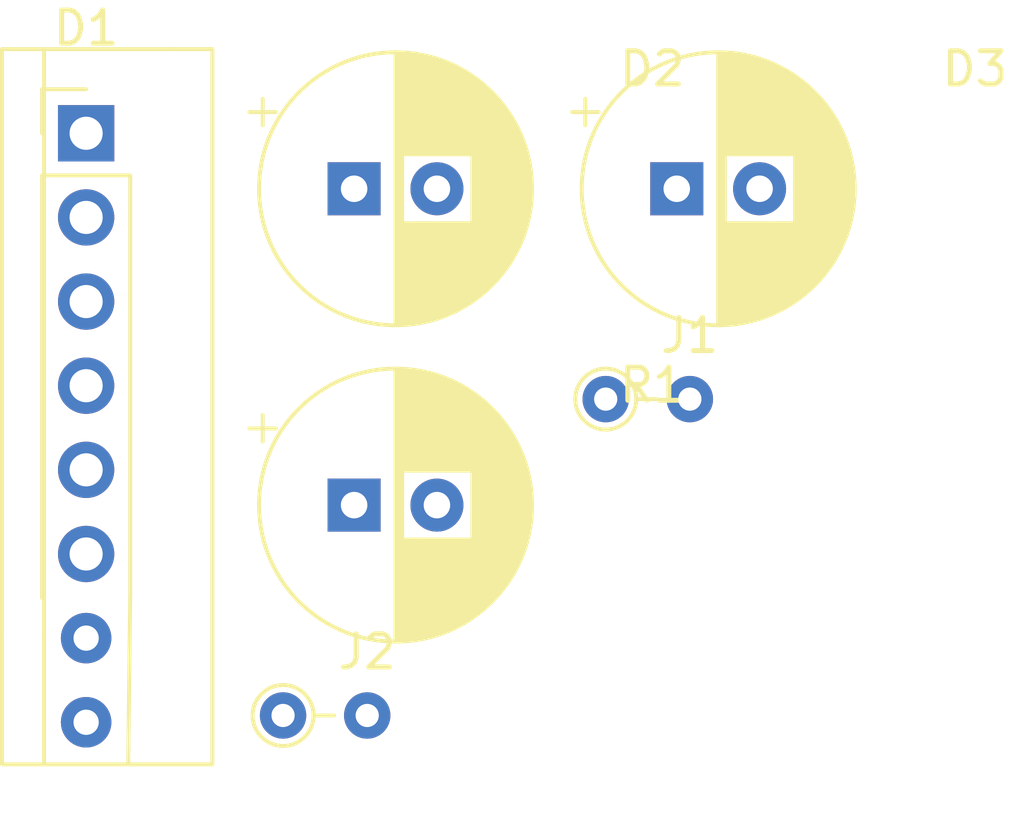
<source format=kicad_pcb>
(kicad_pcb (version 20171130) (host pcbnew "(5.1.5-0-10_14)")

  (general
    (thickness 1.6)
    (drawings 0)
    (tracks 0)
    (zones 0)
    (modules 6)
    (nets 6)
  )

  (page A4)
  (layers
    (0 F.Cu signal)
    (31 B.Cu signal)
    (32 B.Adhes user)
    (33 F.Adhes user)
    (34 B.Paste user)
    (35 F.Paste user)
    (36 B.SilkS user)
    (37 F.SilkS user)
    (38 B.Mask user)
    (39 F.Mask user)
    (40 Dwgs.User user)
    (41 Cmts.User user)
    (42 Eco1.User user)
    (43 Eco2.User user)
    (44 Edge.Cuts user)
    (45 Margin user)
    (46 B.CrtYd user)
    (47 F.CrtYd user)
    (48 B.Fab user)
    (49 F.Fab user)
  )

  (setup
    (last_trace_width 0.25)
    (trace_clearance 0.2)
    (zone_clearance 0.508)
    (zone_45_only no)
    (trace_min 0.2)
    (via_size 0.8)
    (via_drill 0.4)
    (via_min_size 0.4)
    (via_min_drill 0.3)
    (uvia_size 0.3)
    (uvia_drill 0.1)
    (uvias_allowed no)
    (uvia_min_size 0.2)
    (uvia_min_drill 0.1)
    (edge_width 0.05)
    (segment_width 0.2)
    (pcb_text_width 0.3)
    (pcb_text_size 1.5 1.5)
    (mod_edge_width 0.12)
    (mod_text_size 1 1)
    (mod_text_width 0.15)
    (pad_size 1.524 1.524)
    (pad_drill 0.762)
    (pad_to_mask_clearance 0.051)
    (solder_mask_min_width 0.25)
    (aux_axis_origin 0 0)
    (visible_elements FFFFFF7F)
    (pcbplotparams
      (layerselection 0x010fc_ffffffff)
      (usegerberextensions false)
      (usegerberattributes false)
      (usegerberadvancedattributes false)
      (creategerberjobfile false)
      (excludeedgelayer true)
      (linewidth 0.100000)
      (plotframeref false)
      (viasonmask false)
      (mode 1)
      (useauxorigin false)
      (hpglpennumber 1)
      (hpglpenspeed 20)
      (hpglpendiameter 15.000000)
      (psnegative false)
      (psa4output false)
      (plotreference true)
      (plotvalue true)
      (plotinvisibletext false)
      (padsonsilk false)
      (subtractmaskfromsilk false)
      (outputformat 1)
      (mirror false)
      (drillshape 1)
      (scaleselection 1)
      (outputdirectory ""))
  )

  (net 0 "")
  (net 1 "Net-(D1-Pad1)")
  (net 2 "Net-(D1-Pad2)")
  (net 3 "Net-(D2-Pad1)")
  (net 4 "Net-(D3-Pad1)")
  (net 5 "Net-(J1-Pad1)")

  (net_class Default "This is the default net class."
    (clearance 0.2)
    (trace_width 0.25)
    (via_dia 0.8)
    (via_drill 0.4)
    (uvia_dia 0.3)
    (uvia_drill 0.1)
    (add_net "Net-(D1-Pad1)")
    (add_net "Net-(D1-Pad2)")
    (add_net "Net-(D2-Pad1)")
    (add_net "Net-(D3-Pad1)")
    (add_net "Net-(J1-Pad1)")
  )

  (module PT_Library_v001:PT_CP_Radial_D8.0mm_P2.50mm (layer F.Cu) (tedit 5AE50EF0) (tstamp 5E9FB8D9)
    (at 136.359698 83.615)
    (descr "CP, Radial series, Radial, pin pitch=2.50mm, , diameter=8mm, Electrolytic Capacitor")
    (tags "CP Radial series Radial pin pitch 2.50mm  diameter 8mm Electrolytic Capacitor")
    (path /5E9F83C0)
    (fp_text reference R1 (at 9 -3.62) (layer F.SilkS)
      (effects (font (size 1 1) (thickness 0.15)))
    )
    (fp_text value R_US (at 9 3.62) (layer F.Fab)
      (effects (font (size 1 1) (thickness 0.15)))
    )
    (fp_circle (center 1.25 0) (end 5.25 0) (layer F.Fab) (width 0.1))
    (fp_circle (center 1.25 0) (end 5.37 0) (layer F.SilkS) (width 0.12))
    (fp_circle (center 1.25 0) (end 5.5 0) (layer F.CrtYd) (width 0.05))
    (fp_line (start -2.176759 -1.7475) (end -1.376759 -1.7475) (layer F.Fab) (width 0.1))
    (fp_line (start -1.776759 -2.1475) (end -1.776759 -1.3475) (layer F.Fab) (width 0.1))
    (fp_line (start 1.25 -4.08) (end 1.25 4.08) (layer F.SilkS) (width 0.12))
    (fp_line (start 1.29 -4.08) (end 1.29 4.08) (layer F.SilkS) (width 0.12))
    (fp_line (start 1.33 -4.08) (end 1.33 4.08) (layer F.SilkS) (width 0.12))
    (fp_line (start 1.37 -4.079) (end 1.37 4.079) (layer F.SilkS) (width 0.12))
    (fp_line (start 1.41 -4.077) (end 1.41 4.077) (layer F.SilkS) (width 0.12))
    (fp_line (start 1.45 -4.076) (end 1.45 4.076) (layer F.SilkS) (width 0.12))
    (fp_line (start 1.49 -4.074) (end 1.49 -1.04) (layer F.SilkS) (width 0.12))
    (fp_line (start 1.49 1.04) (end 1.49 4.074) (layer F.SilkS) (width 0.12))
    (fp_line (start 1.53 -4.071) (end 1.53 -1.04) (layer F.SilkS) (width 0.12))
    (fp_line (start 1.53 1.04) (end 1.53 4.071) (layer F.SilkS) (width 0.12))
    (fp_line (start 1.57 -4.068) (end 1.57 -1.04) (layer F.SilkS) (width 0.12))
    (fp_line (start 1.57 1.04) (end 1.57 4.068) (layer F.SilkS) (width 0.12))
    (fp_line (start 1.61 -4.065) (end 1.61 -1.04) (layer F.SilkS) (width 0.12))
    (fp_line (start 1.61 1.04) (end 1.61 4.065) (layer F.SilkS) (width 0.12))
    (fp_line (start 1.65 -4.061) (end 1.65 -1.04) (layer F.SilkS) (width 0.12))
    (fp_line (start 1.65 1.04) (end 1.65 4.061) (layer F.SilkS) (width 0.12))
    (fp_line (start 1.69 -4.057) (end 1.69 -1.04) (layer F.SilkS) (width 0.12))
    (fp_line (start 1.69 1.04) (end 1.69 4.057) (layer F.SilkS) (width 0.12))
    (fp_line (start 1.73 -4.052) (end 1.73 -1.04) (layer F.SilkS) (width 0.12))
    (fp_line (start 1.73 1.04) (end 1.73 4.052) (layer F.SilkS) (width 0.12))
    (fp_line (start 1.77 -4.048) (end 1.77 -1.04) (layer F.SilkS) (width 0.12))
    (fp_line (start 1.77 1.04) (end 1.77 4.048) (layer F.SilkS) (width 0.12))
    (fp_line (start 1.81 -4.042) (end 1.81 -1.04) (layer F.SilkS) (width 0.12))
    (fp_line (start 1.81 1.04) (end 1.81 4.042) (layer F.SilkS) (width 0.12))
    (fp_line (start 1.85 -4.037) (end 1.85 -1.04) (layer F.SilkS) (width 0.12))
    (fp_line (start 1.85 1.04) (end 1.85 4.037) (layer F.SilkS) (width 0.12))
    (fp_line (start 1.89 -4.03) (end 1.89 -1.04) (layer F.SilkS) (width 0.12))
    (fp_line (start 1.89 1.04) (end 1.89 4.03) (layer F.SilkS) (width 0.12))
    (fp_line (start 1.93 -4.024) (end 1.93 -1.04) (layer F.SilkS) (width 0.12))
    (fp_line (start 1.93 1.04) (end 1.93 4.024) (layer F.SilkS) (width 0.12))
    (fp_line (start 1.971 -4.017) (end 1.971 -1.04) (layer F.SilkS) (width 0.12))
    (fp_line (start 1.971 1.04) (end 1.971 4.017) (layer F.SilkS) (width 0.12))
    (fp_line (start 2.011 -4.01) (end 2.011 -1.04) (layer F.SilkS) (width 0.12))
    (fp_line (start 2.011 1.04) (end 2.011 4.01) (layer F.SilkS) (width 0.12))
    (fp_line (start 2.051 -4.002) (end 2.051 -1.04) (layer F.SilkS) (width 0.12))
    (fp_line (start 2.051 1.04) (end 2.051 4.002) (layer F.SilkS) (width 0.12))
    (fp_line (start 2.091 -3.994) (end 2.091 -1.04) (layer F.SilkS) (width 0.12))
    (fp_line (start 2.091 1.04) (end 2.091 3.994) (layer F.SilkS) (width 0.12))
    (fp_line (start 2.131 -3.985) (end 2.131 -1.04) (layer F.SilkS) (width 0.12))
    (fp_line (start 2.131 1.04) (end 2.131 3.985) (layer F.SilkS) (width 0.12))
    (fp_line (start 2.171 -3.976) (end 2.171 -1.04) (layer F.SilkS) (width 0.12))
    (fp_line (start 2.171 1.04) (end 2.171 3.976) (layer F.SilkS) (width 0.12))
    (fp_line (start 2.211 -3.967) (end 2.211 -1.04) (layer F.SilkS) (width 0.12))
    (fp_line (start 2.211 1.04) (end 2.211 3.967) (layer F.SilkS) (width 0.12))
    (fp_line (start 2.251 -3.957) (end 2.251 -1.04) (layer F.SilkS) (width 0.12))
    (fp_line (start 2.251 1.04) (end 2.251 3.957) (layer F.SilkS) (width 0.12))
    (fp_line (start 2.291 -3.947) (end 2.291 -1.04) (layer F.SilkS) (width 0.12))
    (fp_line (start 2.291 1.04) (end 2.291 3.947) (layer F.SilkS) (width 0.12))
    (fp_line (start 2.331 -3.936) (end 2.331 -1.04) (layer F.SilkS) (width 0.12))
    (fp_line (start 2.331 1.04) (end 2.331 3.936) (layer F.SilkS) (width 0.12))
    (fp_line (start 2.371 -3.925) (end 2.371 -1.04) (layer F.SilkS) (width 0.12))
    (fp_line (start 2.371 1.04) (end 2.371 3.925) (layer F.SilkS) (width 0.12))
    (fp_line (start 2.411 -3.914) (end 2.411 -1.04) (layer F.SilkS) (width 0.12))
    (fp_line (start 2.411 1.04) (end 2.411 3.914) (layer F.SilkS) (width 0.12))
    (fp_line (start 2.451 -3.902) (end 2.451 -1.04) (layer F.SilkS) (width 0.12))
    (fp_line (start 2.451 1.04) (end 2.451 3.902) (layer F.SilkS) (width 0.12))
    (fp_line (start 2.491 -3.889) (end 2.491 -1.04) (layer F.SilkS) (width 0.12))
    (fp_line (start 2.491 1.04) (end 2.491 3.889) (layer F.SilkS) (width 0.12))
    (fp_line (start 2.531 -3.877) (end 2.531 -1.04) (layer F.SilkS) (width 0.12))
    (fp_line (start 2.531 1.04) (end 2.531 3.877) (layer F.SilkS) (width 0.12))
    (fp_line (start 2.571 -3.863) (end 2.571 -1.04) (layer F.SilkS) (width 0.12))
    (fp_line (start 2.571 1.04) (end 2.571 3.863) (layer F.SilkS) (width 0.12))
    (fp_line (start 2.611 -3.85) (end 2.611 -1.04) (layer F.SilkS) (width 0.12))
    (fp_line (start 2.611 1.04) (end 2.611 3.85) (layer F.SilkS) (width 0.12))
    (fp_line (start 2.651 -3.835) (end 2.651 -1.04) (layer F.SilkS) (width 0.12))
    (fp_line (start 2.651 1.04) (end 2.651 3.835) (layer F.SilkS) (width 0.12))
    (fp_line (start 2.691 -3.821) (end 2.691 -1.04) (layer F.SilkS) (width 0.12))
    (fp_line (start 2.691 1.04) (end 2.691 3.821) (layer F.SilkS) (width 0.12))
    (fp_line (start 2.731 -3.805) (end 2.731 -1.04) (layer F.SilkS) (width 0.12))
    (fp_line (start 2.731 1.04) (end 2.731 3.805) (layer F.SilkS) (width 0.12))
    (fp_line (start 2.771 -3.79) (end 2.771 -1.04) (layer F.SilkS) (width 0.12))
    (fp_line (start 2.771 1.04) (end 2.771 3.79) (layer F.SilkS) (width 0.12))
    (fp_line (start 2.811 -3.774) (end 2.811 -1.04) (layer F.SilkS) (width 0.12))
    (fp_line (start 2.811 1.04) (end 2.811 3.774) (layer F.SilkS) (width 0.12))
    (fp_line (start 2.851 -3.757) (end 2.851 -1.04) (layer F.SilkS) (width 0.12))
    (fp_line (start 2.851 1.04) (end 2.851 3.757) (layer F.SilkS) (width 0.12))
    (fp_line (start 2.891 -3.74) (end 2.891 -1.04) (layer F.SilkS) (width 0.12))
    (fp_line (start 2.891 1.04) (end 2.891 3.74) (layer F.SilkS) (width 0.12))
    (fp_line (start 2.931 -3.722) (end 2.931 -1.04) (layer F.SilkS) (width 0.12))
    (fp_line (start 2.931 1.04) (end 2.931 3.722) (layer F.SilkS) (width 0.12))
    (fp_line (start 2.971 -3.704) (end 2.971 -1.04) (layer F.SilkS) (width 0.12))
    (fp_line (start 2.971 1.04) (end 2.971 3.704) (layer F.SilkS) (width 0.12))
    (fp_line (start 3.011 -3.686) (end 3.011 -1.04) (layer F.SilkS) (width 0.12))
    (fp_line (start 3.011 1.04) (end 3.011 3.686) (layer F.SilkS) (width 0.12))
    (fp_line (start 3.051 -3.666) (end 3.051 -1.04) (layer F.SilkS) (width 0.12))
    (fp_line (start 3.051 1.04) (end 3.051 3.666) (layer F.SilkS) (width 0.12))
    (fp_line (start 3.091 -3.647) (end 3.091 -1.04) (layer F.SilkS) (width 0.12))
    (fp_line (start 3.091 1.04) (end 3.091 3.647) (layer F.SilkS) (width 0.12))
    (fp_line (start 3.131 -3.627) (end 3.131 -1.04) (layer F.SilkS) (width 0.12))
    (fp_line (start 3.131 1.04) (end 3.131 3.627) (layer F.SilkS) (width 0.12))
    (fp_line (start 3.171 -3.606) (end 3.171 -1.04) (layer F.SilkS) (width 0.12))
    (fp_line (start 3.171 1.04) (end 3.171 3.606) (layer F.SilkS) (width 0.12))
    (fp_line (start 3.211 -3.584) (end 3.211 -1.04) (layer F.SilkS) (width 0.12))
    (fp_line (start 3.211 1.04) (end 3.211 3.584) (layer F.SilkS) (width 0.12))
    (fp_line (start 3.251 -3.562) (end 3.251 -1.04) (layer F.SilkS) (width 0.12))
    (fp_line (start 3.251 1.04) (end 3.251 3.562) (layer F.SilkS) (width 0.12))
    (fp_line (start 3.291 -3.54) (end 3.291 -1.04) (layer F.SilkS) (width 0.12))
    (fp_line (start 3.291 1.04) (end 3.291 3.54) (layer F.SilkS) (width 0.12))
    (fp_line (start 3.331 -3.517) (end 3.331 -1.04) (layer F.SilkS) (width 0.12))
    (fp_line (start 3.331 1.04) (end 3.331 3.517) (layer F.SilkS) (width 0.12))
    (fp_line (start 3.371 -3.493) (end 3.371 -1.04) (layer F.SilkS) (width 0.12))
    (fp_line (start 3.371 1.04) (end 3.371 3.493) (layer F.SilkS) (width 0.12))
    (fp_line (start 3.411 -3.469) (end 3.411 -1.04) (layer F.SilkS) (width 0.12))
    (fp_line (start 3.411 1.04) (end 3.411 3.469) (layer F.SilkS) (width 0.12))
    (fp_line (start 3.451 -3.444) (end 3.451 -1.04) (layer F.SilkS) (width 0.12))
    (fp_line (start 3.451 1.04) (end 3.451 3.444) (layer F.SilkS) (width 0.12))
    (fp_line (start 3.491 -3.418) (end 3.491 -1.04) (layer F.SilkS) (width 0.12))
    (fp_line (start 3.491 1.04) (end 3.491 3.418) (layer F.SilkS) (width 0.12))
    (fp_line (start 3.531 -3.392) (end 3.531 -1.04) (layer F.SilkS) (width 0.12))
    (fp_line (start 3.531 1.04) (end 3.531 3.392) (layer F.SilkS) (width 0.12))
    (fp_line (start 3.571 -3.365) (end 3.571 3.365) (layer F.SilkS) (width 0.12))
    (fp_line (start 3.611 -3.338) (end 3.611 3.338) (layer F.SilkS) (width 0.12))
    (fp_line (start 3.651 -3.309) (end 3.651 3.309) (layer F.SilkS) (width 0.12))
    (fp_line (start 3.691 -3.28) (end 3.691 3.28) (layer F.SilkS) (width 0.12))
    (fp_line (start 3.731 -3.25) (end 3.731 3.25) (layer F.SilkS) (width 0.12))
    (fp_line (start 3.771 -3.22) (end 3.771 3.22) (layer F.SilkS) (width 0.12))
    (fp_line (start 3.811 -3.189) (end 3.811 3.189) (layer F.SilkS) (width 0.12))
    (fp_line (start 3.851 -3.156) (end 3.851 3.156) (layer F.SilkS) (width 0.12))
    (fp_line (start 3.891 -3.124) (end 3.891 3.124) (layer F.SilkS) (width 0.12))
    (fp_line (start 3.931 -3.09) (end 3.931 3.09) (layer F.SilkS) (width 0.12))
    (fp_line (start 3.971 -3.055) (end 3.971 3.055) (layer F.SilkS) (width 0.12))
    (fp_line (start 4.011 -3.019) (end 4.011 3.019) (layer F.SilkS) (width 0.12))
    (fp_line (start 4.051 -2.983) (end 4.051 2.983) (layer F.SilkS) (width 0.12))
    (fp_line (start 4.091 -2.945) (end 4.091 2.945) (layer F.SilkS) (width 0.12))
    (fp_line (start 4.131 -2.907) (end 4.131 2.907) (layer F.SilkS) (width 0.12))
    (fp_line (start 4.171 -2.867) (end 4.171 2.867) (layer F.SilkS) (width 0.12))
    (fp_line (start 4.211 -2.826) (end 4.211 2.826) (layer F.SilkS) (width 0.12))
    (fp_line (start 4.251 -2.784) (end 4.251 2.784) (layer F.SilkS) (width 0.12))
    (fp_line (start 4.291 -2.741) (end 4.291 2.741) (layer F.SilkS) (width 0.12))
    (fp_line (start 4.331 -2.697) (end 4.331 2.697) (layer F.SilkS) (width 0.12))
    (fp_line (start 4.371 -2.651) (end 4.371 2.651) (layer F.SilkS) (width 0.12))
    (fp_line (start 4.411 -2.604) (end 4.411 2.604) (layer F.SilkS) (width 0.12))
    (fp_line (start 4.451 -2.556) (end 4.451 2.556) (layer F.SilkS) (width 0.12))
    (fp_line (start 4.491 -2.505) (end 4.491 2.505) (layer F.SilkS) (width 0.12))
    (fp_line (start 4.531 -2.454) (end 4.531 2.454) (layer F.SilkS) (width 0.12))
    (fp_line (start 4.571 -2.4) (end 4.571 2.4) (layer F.SilkS) (width 0.12))
    (fp_line (start 4.611 -2.345) (end 4.611 2.345) (layer F.SilkS) (width 0.12))
    (fp_line (start 4.651 -2.287) (end 4.651 2.287) (layer F.SilkS) (width 0.12))
    (fp_line (start 4.691 -2.228) (end 4.691 2.228) (layer F.SilkS) (width 0.12))
    (fp_line (start 4.731 -2.166) (end 4.731 2.166) (layer F.SilkS) (width 0.12))
    (fp_line (start 4.771 -2.102) (end 4.771 2.102) (layer F.SilkS) (width 0.12))
    (fp_line (start 4.811 -2.034) (end 4.811 2.034) (layer F.SilkS) (width 0.12))
    (fp_line (start 4.851 -1.964) (end 4.851 1.964) (layer F.SilkS) (width 0.12))
    (fp_line (start 4.891 -1.89) (end 4.891 1.89) (layer F.SilkS) (width 0.12))
    (fp_line (start 4.931 -1.813) (end 4.931 1.813) (layer F.SilkS) (width 0.12))
    (fp_line (start 4.971 -1.731) (end 4.971 1.731) (layer F.SilkS) (width 0.12))
    (fp_line (start 5.011 -1.645) (end 5.011 1.645) (layer F.SilkS) (width 0.12))
    (fp_line (start 5.051 -1.552) (end 5.051 1.552) (layer F.SilkS) (width 0.12))
    (fp_line (start 5.091 -1.453) (end 5.091 1.453) (layer F.SilkS) (width 0.12))
    (fp_line (start 5.131 -1.346) (end 5.131 1.346) (layer F.SilkS) (width 0.12))
    (fp_line (start 5.171 -1.229) (end 5.171 1.229) (layer F.SilkS) (width 0.12))
    (fp_line (start 5.211 -1.098) (end 5.211 1.098) (layer F.SilkS) (width 0.12))
    (fp_line (start 5.251 -0.948) (end 5.251 0.948) (layer F.SilkS) (width 0.12))
    (fp_line (start 5.291 -0.768) (end 5.291 0.768) (layer F.SilkS) (width 0.12))
    (fp_line (start 5.331 -0.533) (end 5.331 0.533) (layer F.SilkS) (width 0.12))
    (fp_line (start -3.159698 -2.315) (end -2.359698 -2.315) (layer F.SilkS) (width 0.12))
    (fp_line (start -2.759698 -2.715) (end -2.759698 -1.915) (layer F.SilkS) (width 0.12))
    (fp_text user %R (at 9 0) (layer F.Fab)
      (effects (font (size 1 1) (thickness 0.15)))
    )
    (pad 1 thru_hole rect (at 0 0) (size 1.6 1.6) (drill 0.8) (layers *.Cu *.Mask)
      (net 5 "Net-(J1-Pad1)"))
    (pad 2 thru_hole circle (at 2.5 0) (size 1.6 1.6) (drill 0.8) (layers *.Cu *.Mask)
      (net 2 "Net-(D1-Pad2)"))
    (model ${KISYS3DMOD}/Capacitor_THT.3dshapes/CP_Radial_D8.0mm_P2.50mm.wrl
      (at (xyz 0 0 0))
      (scale (xyz 1 1 1))
      (rotate (xyz 0 0 0))
    )
  )

  (module PT_Library_v001:PT_R_Axial_DIN0204_L3.6mm_D1.6mm_P2.54mm_Vertical (layer F.Cu) (tedit 5AE5139B) (tstamp 5E9FB830)
    (at 134.215 89.965)
    (descr "Resistor, Axial_DIN0204 series, Axial, Vertical, pin pitch=2.54mm, 0.167W, length*diameter=3.6*1.6mm^2, http://cdn-reichelt.de/documents/datenblatt/B400/1_4W%23YAG.pdf")
    (tags "Resistor Axial_DIN0204 series Axial Vertical pin pitch 2.54mm 0.167W length 3.6mm diameter 1.6mm")
    (path /5E9F9B5E)
    (fp_text reference J2 (at 2.54 -1.92) (layer F.SilkS)
      (effects (font (size 1 1) (thickness 0.15)))
    )
    (fp_text value Conn_01x02_Female (at 2.54 1.92) (layer F.Fab)
      (effects (font (size 1 1) (thickness 0.15)))
    )
    (fp_circle (center 0 0) (end 0.8 0) (layer F.Fab) (width 0.1))
    (fp_circle (center 0 0) (end 0.92 0) (layer F.SilkS) (width 0.12))
    (fp_line (start 0 0) (end 2.54 0) (layer F.Fab) (width 0.1))
    (fp_line (start 0.92 0) (end 1.54 0) (layer F.SilkS) (width 0.12))
    (fp_line (start -1.05 -1.05) (end -1.05 1.05) (layer F.CrtYd) (width 0.05))
    (fp_line (start -1.05 1.05) (end 3.49 1.05) (layer F.CrtYd) (width 0.05))
    (fp_line (start 3.49 1.05) (end 3.49 -1.05) (layer F.CrtYd) (width 0.05))
    (fp_line (start 3.49 -1.05) (end -1.05 -1.05) (layer F.CrtYd) (width 0.05))
    (fp_text user %R (at 2.54 -1.92) (layer F.Fab)
      (effects (font (size 1 1) (thickness 0.15)))
    )
    (pad 1 thru_hole circle (at 0 0) (size 1.4 1.4) (drill 0.7) (layers *.Cu *.Mask)
      (net 5 "Net-(J1-Pad1)"))
    (pad 2 thru_hole oval (at 2.54 0) (size 1.4 1.4) (drill 0.7) (layers *.Cu *.Mask)
      (net 4 "Net-(D3-Pad1)"))
    (model ${KISYS3DMOD}/Resistor_THT.3dshapes/R_Axial_DIN0204_L3.6mm_D1.6mm_P2.54mm_Vertical.wrl
      (at (xyz 0 0 0))
      (scale (xyz 1 1 1))
      (rotate (xyz 0 0 0))
    )
  )

  (module PT_Library_v001:PT_R_Axial_DIN0204_L3.6mm_D1.6mm_P2.54mm_Vertical (layer F.Cu) (tedit 5AE5139B) (tstamp 5E9FB821)
    (at 143.955 80.415)
    (descr "Resistor, Axial_DIN0204 series, Axial, Vertical, pin pitch=2.54mm, 0.167W, length*diameter=3.6*1.6mm^2, http://cdn-reichelt.de/documents/datenblatt/B400/1_4W%23YAG.pdf")
    (tags "Resistor Axial_DIN0204 series Axial Vertical pin pitch 2.54mm 0.167W length 3.6mm diameter 1.6mm")
    (path /5E9FA2DC)
    (fp_text reference J1 (at 2.54 -1.92) (layer F.SilkS)
      (effects (font (size 1 1) (thickness 0.15)))
    )
    (fp_text value Conn_01x02_Female (at 2.54 1.92) (layer F.Fab)
      (effects (font (size 1 1) (thickness 0.15)))
    )
    (fp_circle (center 0 0) (end 0.8 0) (layer F.Fab) (width 0.1))
    (fp_circle (center 0 0) (end 0.92 0) (layer F.SilkS) (width 0.12))
    (fp_line (start 0 0) (end 2.54 0) (layer F.Fab) (width 0.1))
    (fp_line (start 0.92 0) (end 1.54 0) (layer F.SilkS) (width 0.12))
    (fp_line (start -1.05 -1.05) (end -1.05 1.05) (layer F.CrtYd) (width 0.05))
    (fp_line (start -1.05 1.05) (end 3.49 1.05) (layer F.CrtYd) (width 0.05))
    (fp_line (start 3.49 1.05) (end 3.49 -1.05) (layer F.CrtYd) (width 0.05))
    (fp_line (start 3.49 -1.05) (end -1.05 -1.05) (layer F.CrtYd) (width 0.05))
    (fp_text user %R (at 2.54 -1.92) (layer F.Fab)
      (effects (font (size 1 1) (thickness 0.15)))
    )
    (pad 1 thru_hole circle (at 0 0) (size 1.4 1.4) (drill 0.7) (layers *.Cu *.Mask)
      (net 5 "Net-(J1-Pad1)"))
    (pad 2 thru_hole oval (at 2.54 0) (size 1.4 1.4) (drill 0.7) (layers *.Cu *.Mask)
      (net 4 "Net-(D3-Pad1)"))
    (model ${KISYS3DMOD}/Resistor_THT.3dshapes/R_Axial_DIN0204_L3.6mm_D1.6mm_P2.54mm_Vertical.wrl
      (at (xyz 0 0 0))
      (scale (xyz 1 1 1))
      (rotate (xyz 0 0 0))
    )
  )

  (module PT_Library_v001:PT_CP_Radial_D8.0mm_P2.50mm (layer F.Cu) (tedit 5AE50EF0) (tstamp 5E9FB812)
    (at 146.099698 74.065)
    (descr "CP, Radial series, Radial, pin pitch=2.50mm, , diameter=8mm, Electrolytic Capacitor")
    (tags "CP Radial series Radial pin pitch 2.50mm  diameter 8mm Electrolytic Capacitor")
    (path /5E9F70E1)
    (fp_text reference D3 (at 9 -3.62) (layer F.SilkS)
      (effects (font (size 1 1) (thickness 0.15)))
    )
    (fp_text value LED (at 9 3.62) (layer F.Fab)
      (effects (font (size 1 1) (thickness 0.15)))
    )
    (fp_circle (center 1.25 0) (end 5.25 0) (layer F.Fab) (width 0.1))
    (fp_circle (center 1.25 0) (end 5.37 0) (layer F.SilkS) (width 0.12))
    (fp_circle (center 1.25 0) (end 5.5 0) (layer F.CrtYd) (width 0.05))
    (fp_line (start -2.176759 -1.7475) (end -1.376759 -1.7475) (layer F.Fab) (width 0.1))
    (fp_line (start -1.776759 -2.1475) (end -1.776759 -1.3475) (layer F.Fab) (width 0.1))
    (fp_line (start 1.25 -4.08) (end 1.25 4.08) (layer F.SilkS) (width 0.12))
    (fp_line (start 1.29 -4.08) (end 1.29 4.08) (layer F.SilkS) (width 0.12))
    (fp_line (start 1.33 -4.08) (end 1.33 4.08) (layer F.SilkS) (width 0.12))
    (fp_line (start 1.37 -4.079) (end 1.37 4.079) (layer F.SilkS) (width 0.12))
    (fp_line (start 1.41 -4.077) (end 1.41 4.077) (layer F.SilkS) (width 0.12))
    (fp_line (start 1.45 -4.076) (end 1.45 4.076) (layer F.SilkS) (width 0.12))
    (fp_line (start 1.49 -4.074) (end 1.49 -1.04) (layer F.SilkS) (width 0.12))
    (fp_line (start 1.49 1.04) (end 1.49 4.074) (layer F.SilkS) (width 0.12))
    (fp_line (start 1.53 -4.071) (end 1.53 -1.04) (layer F.SilkS) (width 0.12))
    (fp_line (start 1.53 1.04) (end 1.53 4.071) (layer F.SilkS) (width 0.12))
    (fp_line (start 1.57 -4.068) (end 1.57 -1.04) (layer F.SilkS) (width 0.12))
    (fp_line (start 1.57 1.04) (end 1.57 4.068) (layer F.SilkS) (width 0.12))
    (fp_line (start 1.61 -4.065) (end 1.61 -1.04) (layer F.SilkS) (width 0.12))
    (fp_line (start 1.61 1.04) (end 1.61 4.065) (layer F.SilkS) (width 0.12))
    (fp_line (start 1.65 -4.061) (end 1.65 -1.04) (layer F.SilkS) (width 0.12))
    (fp_line (start 1.65 1.04) (end 1.65 4.061) (layer F.SilkS) (width 0.12))
    (fp_line (start 1.69 -4.057) (end 1.69 -1.04) (layer F.SilkS) (width 0.12))
    (fp_line (start 1.69 1.04) (end 1.69 4.057) (layer F.SilkS) (width 0.12))
    (fp_line (start 1.73 -4.052) (end 1.73 -1.04) (layer F.SilkS) (width 0.12))
    (fp_line (start 1.73 1.04) (end 1.73 4.052) (layer F.SilkS) (width 0.12))
    (fp_line (start 1.77 -4.048) (end 1.77 -1.04) (layer F.SilkS) (width 0.12))
    (fp_line (start 1.77 1.04) (end 1.77 4.048) (layer F.SilkS) (width 0.12))
    (fp_line (start 1.81 -4.042) (end 1.81 -1.04) (layer F.SilkS) (width 0.12))
    (fp_line (start 1.81 1.04) (end 1.81 4.042) (layer F.SilkS) (width 0.12))
    (fp_line (start 1.85 -4.037) (end 1.85 -1.04) (layer F.SilkS) (width 0.12))
    (fp_line (start 1.85 1.04) (end 1.85 4.037) (layer F.SilkS) (width 0.12))
    (fp_line (start 1.89 -4.03) (end 1.89 -1.04) (layer F.SilkS) (width 0.12))
    (fp_line (start 1.89 1.04) (end 1.89 4.03) (layer F.SilkS) (width 0.12))
    (fp_line (start 1.93 -4.024) (end 1.93 -1.04) (layer F.SilkS) (width 0.12))
    (fp_line (start 1.93 1.04) (end 1.93 4.024) (layer F.SilkS) (width 0.12))
    (fp_line (start 1.971 -4.017) (end 1.971 -1.04) (layer F.SilkS) (width 0.12))
    (fp_line (start 1.971 1.04) (end 1.971 4.017) (layer F.SilkS) (width 0.12))
    (fp_line (start 2.011 -4.01) (end 2.011 -1.04) (layer F.SilkS) (width 0.12))
    (fp_line (start 2.011 1.04) (end 2.011 4.01) (layer F.SilkS) (width 0.12))
    (fp_line (start 2.051 -4.002) (end 2.051 -1.04) (layer F.SilkS) (width 0.12))
    (fp_line (start 2.051 1.04) (end 2.051 4.002) (layer F.SilkS) (width 0.12))
    (fp_line (start 2.091 -3.994) (end 2.091 -1.04) (layer F.SilkS) (width 0.12))
    (fp_line (start 2.091 1.04) (end 2.091 3.994) (layer F.SilkS) (width 0.12))
    (fp_line (start 2.131 -3.985) (end 2.131 -1.04) (layer F.SilkS) (width 0.12))
    (fp_line (start 2.131 1.04) (end 2.131 3.985) (layer F.SilkS) (width 0.12))
    (fp_line (start 2.171 -3.976) (end 2.171 -1.04) (layer F.SilkS) (width 0.12))
    (fp_line (start 2.171 1.04) (end 2.171 3.976) (layer F.SilkS) (width 0.12))
    (fp_line (start 2.211 -3.967) (end 2.211 -1.04) (layer F.SilkS) (width 0.12))
    (fp_line (start 2.211 1.04) (end 2.211 3.967) (layer F.SilkS) (width 0.12))
    (fp_line (start 2.251 -3.957) (end 2.251 -1.04) (layer F.SilkS) (width 0.12))
    (fp_line (start 2.251 1.04) (end 2.251 3.957) (layer F.SilkS) (width 0.12))
    (fp_line (start 2.291 -3.947) (end 2.291 -1.04) (layer F.SilkS) (width 0.12))
    (fp_line (start 2.291 1.04) (end 2.291 3.947) (layer F.SilkS) (width 0.12))
    (fp_line (start 2.331 -3.936) (end 2.331 -1.04) (layer F.SilkS) (width 0.12))
    (fp_line (start 2.331 1.04) (end 2.331 3.936) (layer F.SilkS) (width 0.12))
    (fp_line (start 2.371 -3.925) (end 2.371 -1.04) (layer F.SilkS) (width 0.12))
    (fp_line (start 2.371 1.04) (end 2.371 3.925) (layer F.SilkS) (width 0.12))
    (fp_line (start 2.411 -3.914) (end 2.411 -1.04) (layer F.SilkS) (width 0.12))
    (fp_line (start 2.411 1.04) (end 2.411 3.914) (layer F.SilkS) (width 0.12))
    (fp_line (start 2.451 -3.902) (end 2.451 -1.04) (layer F.SilkS) (width 0.12))
    (fp_line (start 2.451 1.04) (end 2.451 3.902) (layer F.SilkS) (width 0.12))
    (fp_line (start 2.491 -3.889) (end 2.491 -1.04) (layer F.SilkS) (width 0.12))
    (fp_line (start 2.491 1.04) (end 2.491 3.889) (layer F.SilkS) (width 0.12))
    (fp_line (start 2.531 -3.877) (end 2.531 -1.04) (layer F.SilkS) (width 0.12))
    (fp_line (start 2.531 1.04) (end 2.531 3.877) (layer F.SilkS) (width 0.12))
    (fp_line (start 2.571 -3.863) (end 2.571 -1.04) (layer F.SilkS) (width 0.12))
    (fp_line (start 2.571 1.04) (end 2.571 3.863) (layer F.SilkS) (width 0.12))
    (fp_line (start 2.611 -3.85) (end 2.611 -1.04) (layer F.SilkS) (width 0.12))
    (fp_line (start 2.611 1.04) (end 2.611 3.85) (layer F.SilkS) (width 0.12))
    (fp_line (start 2.651 -3.835) (end 2.651 -1.04) (layer F.SilkS) (width 0.12))
    (fp_line (start 2.651 1.04) (end 2.651 3.835) (layer F.SilkS) (width 0.12))
    (fp_line (start 2.691 -3.821) (end 2.691 -1.04) (layer F.SilkS) (width 0.12))
    (fp_line (start 2.691 1.04) (end 2.691 3.821) (layer F.SilkS) (width 0.12))
    (fp_line (start 2.731 -3.805) (end 2.731 -1.04) (layer F.SilkS) (width 0.12))
    (fp_line (start 2.731 1.04) (end 2.731 3.805) (layer F.SilkS) (width 0.12))
    (fp_line (start 2.771 -3.79) (end 2.771 -1.04) (layer F.SilkS) (width 0.12))
    (fp_line (start 2.771 1.04) (end 2.771 3.79) (layer F.SilkS) (width 0.12))
    (fp_line (start 2.811 -3.774) (end 2.811 -1.04) (layer F.SilkS) (width 0.12))
    (fp_line (start 2.811 1.04) (end 2.811 3.774) (layer F.SilkS) (width 0.12))
    (fp_line (start 2.851 -3.757) (end 2.851 -1.04) (layer F.SilkS) (width 0.12))
    (fp_line (start 2.851 1.04) (end 2.851 3.757) (layer F.SilkS) (width 0.12))
    (fp_line (start 2.891 -3.74) (end 2.891 -1.04) (layer F.SilkS) (width 0.12))
    (fp_line (start 2.891 1.04) (end 2.891 3.74) (layer F.SilkS) (width 0.12))
    (fp_line (start 2.931 -3.722) (end 2.931 -1.04) (layer F.SilkS) (width 0.12))
    (fp_line (start 2.931 1.04) (end 2.931 3.722) (layer F.SilkS) (width 0.12))
    (fp_line (start 2.971 -3.704) (end 2.971 -1.04) (layer F.SilkS) (width 0.12))
    (fp_line (start 2.971 1.04) (end 2.971 3.704) (layer F.SilkS) (width 0.12))
    (fp_line (start 3.011 -3.686) (end 3.011 -1.04) (layer F.SilkS) (width 0.12))
    (fp_line (start 3.011 1.04) (end 3.011 3.686) (layer F.SilkS) (width 0.12))
    (fp_line (start 3.051 -3.666) (end 3.051 -1.04) (layer F.SilkS) (width 0.12))
    (fp_line (start 3.051 1.04) (end 3.051 3.666) (layer F.SilkS) (width 0.12))
    (fp_line (start 3.091 -3.647) (end 3.091 -1.04) (layer F.SilkS) (width 0.12))
    (fp_line (start 3.091 1.04) (end 3.091 3.647) (layer F.SilkS) (width 0.12))
    (fp_line (start 3.131 -3.627) (end 3.131 -1.04) (layer F.SilkS) (width 0.12))
    (fp_line (start 3.131 1.04) (end 3.131 3.627) (layer F.SilkS) (width 0.12))
    (fp_line (start 3.171 -3.606) (end 3.171 -1.04) (layer F.SilkS) (width 0.12))
    (fp_line (start 3.171 1.04) (end 3.171 3.606) (layer F.SilkS) (width 0.12))
    (fp_line (start 3.211 -3.584) (end 3.211 -1.04) (layer F.SilkS) (width 0.12))
    (fp_line (start 3.211 1.04) (end 3.211 3.584) (layer F.SilkS) (width 0.12))
    (fp_line (start 3.251 -3.562) (end 3.251 -1.04) (layer F.SilkS) (width 0.12))
    (fp_line (start 3.251 1.04) (end 3.251 3.562) (layer F.SilkS) (width 0.12))
    (fp_line (start 3.291 -3.54) (end 3.291 -1.04) (layer F.SilkS) (width 0.12))
    (fp_line (start 3.291 1.04) (end 3.291 3.54) (layer F.SilkS) (width 0.12))
    (fp_line (start 3.331 -3.517) (end 3.331 -1.04) (layer F.SilkS) (width 0.12))
    (fp_line (start 3.331 1.04) (end 3.331 3.517) (layer F.SilkS) (width 0.12))
    (fp_line (start 3.371 -3.493) (end 3.371 -1.04) (layer F.SilkS) (width 0.12))
    (fp_line (start 3.371 1.04) (end 3.371 3.493) (layer F.SilkS) (width 0.12))
    (fp_line (start 3.411 -3.469) (end 3.411 -1.04) (layer F.SilkS) (width 0.12))
    (fp_line (start 3.411 1.04) (end 3.411 3.469) (layer F.SilkS) (width 0.12))
    (fp_line (start 3.451 -3.444) (end 3.451 -1.04) (layer F.SilkS) (width 0.12))
    (fp_line (start 3.451 1.04) (end 3.451 3.444) (layer F.SilkS) (width 0.12))
    (fp_line (start 3.491 -3.418) (end 3.491 -1.04) (layer F.SilkS) (width 0.12))
    (fp_line (start 3.491 1.04) (end 3.491 3.418) (layer F.SilkS) (width 0.12))
    (fp_line (start 3.531 -3.392) (end 3.531 -1.04) (layer F.SilkS) (width 0.12))
    (fp_line (start 3.531 1.04) (end 3.531 3.392) (layer F.SilkS) (width 0.12))
    (fp_line (start 3.571 -3.365) (end 3.571 3.365) (layer F.SilkS) (width 0.12))
    (fp_line (start 3.611 -3.338) (end 3.611 3.338) (layer F.SilkS) (width 0.12))
    (fp_line (start 3.651 -3.309) (end 3.651 3.309) (layer F.SilkS) (width 0.12))
    (fp_line (start 3.691 -3.28) (end 3.691 3.28) (layer F.SilkS) (width 0.12))
    (fp_line (start 3.731 -3.25) (end 3.731 3.25) (layer F.SilkS) (width 0.12))
    (fp_line (start 3.771 -3.22) (end 3.771 3.22) (layer F.SilkS) (width 0.12))
    (fp_line (start 3.811 -3.189) (end 3.811 3.189) (layer F.SilkS) (width 0.12))
    (fp_line (start 3.851 -3.156) (end 3.851 3.156) (layer F.SilkS) (width 0.12))
    (fp_line (start 3.891 -3.124) (end 3.891 3.124) (layer F.SilkS) (width 0.12))
    (fp_line (start 3.931 -3.09) (end 3.931 3.09) (layer F.SilkS) (width 0.12))
    (fp_line (start 3.971 -3.055) (end 3.971 3.055) (layer F.SilkS) (width 0.12))
    (fp_line (start 4.011 -3.019) (end 4.011 3.019) (layer F.SilkS) (width 0.12))
    (fp_line (start 4.051 -2.983) (end 4.051 2.983) (layer F.SilkS) (width 0.12))
    (fp_line (start 4.091 -2.945) (end 4.091 2.945) (layer F.SilkS) (width 0.12))
    (fp_line (start 4.131 -2.907) (end 4.131 2.907) (layer F.SilkS) (width 0.12))
    (fp_line (start 4.171 -2.867) (end 4.171 2.867) (layer F.SilkS) (width 0.12))
    (fp_line (start 4.211 -2.826) (end 4.211 2.826) (layer F.SilkS) (width 0.12))
    (fp_line (start 4.251 -2.784) (end 4.251 2.784) (layer F.SilkS) (width 0.12))
    (fp_line (start 4.291 -2.741) (end 4.291 2.741) (layer F.SilkS) (width 0.12))
    (fp_line (start 4.331 -2.697) (end 4.331 2.697) (layer F.SilkS) (width 0.12))
    (fp_line (start 4.371 -2.651) (end 4.371 2.651) (layer F.SilkS) (width 0.12))
    (fp_line (start 4.411 -2.604) (end 4.411 2.604) (layer F.SilkS) (width 0.12))
    (fp_line (start 4.451 -2.556) (end 4.451 2.556) (layer F.SilkS) (width 0.12))
    (fp_line (start 4.491 -2.505) (end 4.491 2.505) (layer F.SilkS) (width 0.12))
    (fp_line (start 4.531 -2.454) (end 4.531 2.454) (layer F.SilkS) (width 0.12))
    (fp_line (start 4.571 -2.4) (end 4.571 2.4) (layer F.SilkS) (width 0.12))
    (fp_line (start 4.611 -2.345) (end 4.611 2.345) (layer F.SilkS) (width 0.12))
    (fp_line (start 4.651 -2.287) (end 4.651 2.287) (layer F.SilkS) (width 0.12))
    (fp_line (start 4.691 -2.228) (end 4.691 2.228) (layer F.SilkS) (width 0.12))
    (fp_line (start 4.731 -2.166) (end 4.731 2.166) (layer F.SilkS) (width 0.12))
    (fp_line (start 4.771 -2.102) (end 4.771 2.102) (layer F.SilkS) (width 0.12))
    (fp_line (start 4.811 -2.034) (end 4.811 2.034) (layer F.SilkS) (width 0.12))
    (fp_line (start 4.851 -1.964) (end 4.851 1.964) (layer F.SilkS) (width 0.12))
    (fp_line (start 4.891 -1.89) (end 4.891 1.89) (layer F.SilkS) (width 0.12))
    (fp_line (start 4.931 -1.813) (end 4.931 1.813) (layer F.SilkS) (width 0.12))
    (fp_line (start 4.971 -1.731) (end 4.971 1.731) (layer F.SilkS) (width 0.12))
    (fp_line (start 5.011 -1.645) (end 5.011 1.645) (layer F.SilkS) (width 0.12))
    (fp_line (start 5.051 -1.552) (end 5.051 1.552) (layer F.SilkS) (width 0.12))
    (fp_line (start 5.091 -1.453) (end 5.091 1.453) (layer F.SilkS) (width 0.12))
    (fp_line (start 5.131 -1.346) (end 5.131 1.346) (layer F.SilkS) (width 0.12))
    (fp_line (start 5.171 -1.229) (end 5.171 1.229) (layer F.SilkS) (width 0.12))
    (fp_line (start 5.211 -1.098) (end 5.211 1.098) (layer F.SilkS) (width 0.12))
    (fp_line (start 5.251 -0.948) (end 5.251 0.948) (layer F.SilkS) (width 0.12))
    (fp_line (start 5.291 -0.768) (end 5.291 0.768) (layer F.SilkS) (width 0.12))
    (fp_line (start 5.331 -0.533) (end 5.331 0.533) (layer F.SilkS) (width 0.12))
    (fp_line (start -3.159698 -2.315) (end -2.359698 -2.315) (layer F.SilkS) (width 0.12))
    (fp_line (start -2.759698 -2.715) (end -2.759698 -1.915) (layer F.SilkS) (width 0.12))
    (fp_text user %R (at 9 0) (layer F.Fab)
      (effects (font (size 1 1) (thickness 0.15)))
    )
    (pad 1 thru_hole rect (at 0 0) (size 1.6 1.6) (drill 0.8) (layers *.Cu *.Mask)
      (net 4 "Net-(D3-Pad1)"))
    (pad 2 thru_hole circle (at 2.5 0) (size 1.6 1.6) (drill 0.8) (layers *.Cu *.Mask)
      (net 3 "Net-(D2-Pad1)"))
    (model ${KISYS3DMOD}/Capacitor_THT.3dshapes/CP_Radial_D8.0mm_P2.50mm.wrl
      (at (xyz 0 0 0))
      (scale (xyz 1 1 1))
      (rotate (xyz 0 0 0))
    )
  )

  (module PT_Library_v001:PT_CP_Radial_D8.0mm_P2.50mm (layer F.Cu) (tedit 5AE50EF0) (tstamp 5E9FB769)
    (at 136.359698 74.065)
    (descr "CP, Radial series, Radial, pin pitch=2.50mm, , diameter=8mm, Electrolytic Capacitor")
    (tags "CP Radial series Radial pin pitch 2.50mm  diameter 8mm Electrolytic Capacitor")
    (path /5E9F6574)
    (fp_text reference D2 (at 9 -3.62) (layer F.SilkS)
      (effects (font (size 1 1) (thickness 0.15)))
    )
    (fp_text value LED (at 9 3.62) (layer F.Fab)
      (effects (font (size 1 1) (thickness 0.15)))
    )
    (fp_circle (center 1.25 0) (end 5.25 0) (layer F.Fab) (width 0.1))
    (fp_circle (center 1.25 0) (end 5.37 0) (layer F.SilkS) (width 0.12))
    (fp_circle (center 1.25 0) (end 5.5 0) (layer F.CrtYd) (width 0.05))
    (fp_line (start -2.176759 -1.7475) (end -1.376759 -1.7475) (layer F.Fab) (width 0.1))
    (fp_line (start -1.776759 -2.1475) (end -1.776759 -1.3475) (layer F.Fab) (width 0.1))
    (fp_line (start 1.25 -4.08) (end 1.25 4.08) (layer F.SilkS) (width 0.12))
    (fp_line (start 1.29 -4.08) (end 1.29 4.08) (layer F.SilkS) (width 0.12))
    (fp_line (start 1.33 -4.08) (end 1.33 4.08) (layer F.SilkS) (width 0.12))
    (fp_line (start 1.37 -4.079) (end 1.37 4.079) (layer F.SilkS) (width 0.12))
    (fp_line (start 1.41 -4.077) (end 1.41 4.077) (layer F.SilkS) (width 0.12))
    (fp_line (start 1.45 -4.076) (end 1.45 4.076) (layer F.SilkS) (width 0.12))
    (fp_line (start 1.49 -4.074) (end 1.49 -1.04) (layer F.SilkS) (width 0.12))
    (fp_line (start 1.49 1.04) (end 1.49 4.074) (layer F.SilkS) (width 0.12))
    (fp_line (start 1.53 -4.071) (end 1.53 -1.04) (layer F.SilkS) (width 0.12))
    (fp_line (start 1.53 1.04) (end 1.53 4.071) (layer F.SilkS) (width 0.12))
    (fp_line (start 1.57 -4.068) (end 1.57 -1.04) (layer F.SilkS) (width 0.12))
    (fp_line (start 1.57 1.04) (end 1.57 4.068) (layer F.SilkS) (width 0.12))
    (fp_line (start 1.61 -4.065) (end 1.61 -1.04) (layer F.SilkS) (width 0.12))
    (fp_line (start 1.61 1.04) (end 1.61 4.065) (layer F.SilkS) (width 0.12))
    (fp_line (start 1.65 -4.061) (end 1.65 -1.04) (layer F.SilkS) (width 0.12))
    (fp_line (start 1.65 1.04) (end 1.65 4.061) (layer F.SilkS) (width 0.12))
    (fp_line (start 1.69 -4.057) (end 1.69 -1.04) (layer F.SilkS) (width 0.12))
    (fp_line (start 1.69 1.04) (end 1.69 4.057) (layer F.SilkS) (width 0.12))
    (fp_line (start 1.73 -4.052) (end 1.73 -1.04) (layer F.SilkS) (width 0.12))
    (fp_line (start 1.73 1.04) (end 1.73 4.052) (layer F.SilkS) (width 0.12))
    (fp_line (start 1.77 -4.048) (end 1.77 -1.04) (layer F.SilkS) (width 0.12))
    (fp_line (start 1.77 1.04) (end 1.77 4.048) (layer F.SilkS) (width 0.12))
    (fp_line (start 1.81 -4.042) (end 1.81 -1.04) (layer F.SilkS) (width 0.12))
    (fp_line (start 1.81 1.04) (end 1.81 4.042) (layer F.SilkS) (width 0.12))
    (fp_line (start 1.85 -4.037) (end 1.85 -1.04) (layer F.SilkS) (width 0.12))
    (fp_line (start 1.85 1.04) (end 1.85 4.037) (layer F.SilkS) (width 0.12))
    (fp_line (start 1.89 -4.03) (end 1.89 -1.04) (layer F.SilkS) (width 0.12))
    (fp_line (start 1.89 1.04) (end 1.89 4.03) (layer F.SilkS) (width 0.12))
    (fp_line (start 1.93 -4.024) (end 1.93 -1.04) (layer F.SilkS) (width 0.12))
    (fp_line (start 1.93 1.04) (end 1.93 4.024) (layer F.SilkS) (width 0.12))
    (fp_line (start 1.971 -4.017) (end 1.971 -1.04) (layer F.SilkS) (width 0.12))
    (fp_line (start 1.971 1.04) (end 1.971 4.017) (layer F.SilkS) (width 0.12))
    (fp_line (start 2.011 -4.01) (end 2.011 -1.04) (layer F.SilkS) (width 0.12))
    (fp_line (start 2.011 1.04) (end 2.011 4.01) (layer F.SilkS) (width 0.12))
    (fp_line (start 2.051 -4.002) (end 2.051 -1.04) (layer F.SilkS) (width 0.12))
    (fp_line (start 2.051 1.04) (end 2.051 4.002) (layer F.SilkS) (width 0.12))
    (fp_line (start 2.091 -3.994) (end 2.091 -1.04) (layer F.SilkS) (width 0.12))
    (fp_line (start 2.091 1.04) (end 2.091 3.994) (layer F.SilkS) (width 0.12))
    (fp_line (start 2.131 -3.985) (end 2.131 -1.04) (layer F.SilkS) (width 0.12))
    (fp_line (start 2.131 1.04) (end 2.131 3.985) (layer F.SilkS) (width 0.12))
    (fp_line (start 2.171 -3.976) (end 2.171 -1.04) (layer F.SilkS) (width 0.12))
    (fp_line (start 2.171 1.04) (end 2.171 3.976) (layer F.SilkS) (width 0.12))
    (fp_line (start 2.211 -3.967) (end 2.211 -1.04) (layer F.SilkS) (width 0.12))
    (fp_line (start 2.211 1.04) (end 2.211 3.967) (layer F.SilkS) (width 0.12))
    (fp_line (start 2.251 -3.957) (end 2.251 -1.04) (layer F.SilkS) (width 0.12))
    (fp_line (start 2.251 1.04) (end 2.251 3.957) (layer F.SilkS) (width 0.12))
    (fp_line (start 2.291 -3.947) (end 2.291 -1.04) (layer F.SilkS) (width 0.12))
    (fp_line (start 2.291 1.04) (end 2.291 3.947) (layer F.SilkS) (width 0.12))
    (fp_line (start 2.331 -3.936) (end 2.331 -1.04) (layer F.SilkS) (width 0.12))
    (fp_line (start 2.331 1.04) (end 2.331 3.936) (layer F.SilkS) (width 0.12))
    (fp_line (start 2.371 -3.925) (end 2.371 -1.04) (layer F.SilkS) (width 0.12))
    (fp_line (start 2.371 1.04) (end 2.371 3.925) (layer F.SilkS) (width 0.12))
    (fp_line (start 2.411 -3.914) (end 2.411 -1.04) (layer F.SilkS) (width 0.12))
    (fp_line (start 2.411 1.04) (end 2.411 3.914) (layer F.SilkS) (width 0.12))
    (fp_line (start 2.451 -3.902) (end 2.451 -1.04) (layer F.SilkS) (width 0.12))
    (fp_line (start 2.451 1.04) (end 2.451 3.902) (layer F.SilkS) (width 0.12))
    (fp_line (start 2.491 -3.889) (end 2.491 -1.04) (layer F.SilkS) (width 0.12))
    (fp_line (start 2.491 1.04) (end 2.491 3.889) (layer F.SilkS) (width 0.12))
    (fp_line (start 2.531 -3.877) (end 2.531 -1.04) (layer F.SilkS) (width 0.12))
    (fp_line (start 2.531 1.04) (end 2.531 3.877) (layer F.SilkS) (width 0.12))
    (fp_line (start 2.571 -3.863) (end 2.571 -1.04) (layer F.SilkS) (width 0.12))
    (fp_line (start 2.571 1.04) (end 2.571 3.863) (layer F.SilkS) (width 0.12))
    (fp_line (start 2.611 -3.85) (end 2.611 -1.04) (layer F.SilkS) (width 0.12))
    (fp_line (start 2.611 1.04) (end 2.611 3.85) (layer F.SilkS) (width 0.12))
    (fp_line (start 2.651 -3.835) (end 2.651 -1.04) (layer F.SilkS) (width 0.12))
    (fp_line (start 2.651 1.04) (end 2.651 3.835) (layer F.SilkS) (width 0.12))
    (fp_line (start 2.691 -3.821) (end 2.691 -1.04) (layer F.SilkS) (width 0.12))
    (fp_line (start 2.691 1.04) (end 2.691 3.821) (layer F.SilkS) (width 0.12))
    (fp_line (start 2.731 -3.805) (end 2.731 -1.04) (layer F.SilkS) (width 0.12))
    (fp_line (start 2.731 1.04) (end 2.731 3.805) (layer F.SilkS) (width 0.12))
    (fp_line (start 2.771 -3.79) (end 2.771 -1.04) (layer F.SilkS) (width 0.12))
    (fp_line (start 2.771 1.04) (end 2.771 3.79) (layer F.SilkS) (width 0.12))
    (fp_line (start 2.811 -3.774) (end 2.811 -1.04) (layer F.SilkS) (width 0.12))
    (fp_line (start 2.811 1.04) (end 2.811 3.774) (layer F.SilkS) (width 0.12))
    (fp_line (start 2.851 -3.757) (end 2.851 -1.04) (layer F.SilkS) (width 0.12))
    (fp_line (start 2.851 1.04) (end 2.851 3.757) (layer F.SilkS) (width 0.12))
    (fp_line (start 2.891 -3.74) (end 2.891 -1.04) (layer F.SilkS) (width 0.12))
    (fp_line (start 2.891 1.04) (end 2.891 3.74) (layer F.SilkS) (width 0.12))
    (fp_line (start 2.931 -3.722) (end 2.931 -1.04) (layer F.SilkS) (width 0.12))
    (fp_line (start 2.931 1.04) (end 2.931 3.722) (layer F.SilkS) (width 0.12))
    (fp_line (start 2.971 -3.704) (end 2.971 -1.04) (layer F.SilkS) (width 0.12))
    (fp_line (start 2.971 1.04) (end 2.971 3.704) (layer F.SilkS) (width 0.12))
    (fp_line (start 3.011 -3.686) (end 3.011 -1.04) (layer F.SilkS) (width 0.12))
    (fp_line (start 3.011 1.04) (end 3.011 3.686) (layer F.SilkS) (width 0.12))
    (fp_line (start 3.051 -3.666) (end 3.051 -1.04) (layer F.SilkS) (width 0.12))
    (fp_line (start 3.051 1.04) (end 3.051 3.666) (layer F.SilkS) (width 0.12))
    (fp_line (start 3.091 -3.647) (end 3.091 -1.04) (layer F.SilkS) (width 0.12))
    (fp_line (start 3.091 1.04) (end 3.091 3.647) (layer F.SilkS) (width 0.12))
    (fp_line (start 3.131 -3.627) (end 3.131 -1.04) (layer F.SilkS) (width 0.12))
    (fp_line (start 3.131 1.04) (end 3.131 3.627) (layer F.SilkS) (width 0.12))
    (fp_line (start 3.171 -3.606) (end 3.171 -1.04) (layer F.SilkS) (width 0.12))
    (fp_line (start 3.171 1.04) (end 3.171 3.606) (layer F.SilkS) (width 0.12))
    (fp_line (start 3.211 -3.584) (end 3.211 -1.04) (layer F.SilkS) (width 0.12))
    (fp_line (start 3.211 1.04) (end 3.211 3.584) (layer F.SilkS) (width 0.12))
    (fp_line (start 3.251 -3.562) (end 3.251 -1.04) (layer F.SilkS) (width 0.12))
    (fp_line (start 3.251 1.04) (end 3.251 3.562) (layer F.SilkS) (width 0.12))
    (fp_line (start 3.291 -3.54) (end 3.291 -1.04) (layer F.SilkS) (width 0.12))
    (fp_line (start 3.291 1.04) (end 3.291 3.54) (layer F.SilkS) (width 0.12))
    (fp_line (start 3.331 -3.517) (end 3.331 -1.04) (layer F.SilkS) (width 0.12))
    (fp_line (start 3.331 1.04) (end 3.331 3.517) (layer F.SilkS) (width 0.12))
    (fp_line (start 3.371 -3.493) (end 3.371 -1.04) (layer F.SilkS) (width 0.12))
    (fp_line (start 3.371 1.04) (end 3.371 3.493) (layer F.SilkS) (width 0.12))
    (fp_line (start 3.411 -3.469) (end 3.411 -1.04) (layer F.SilkS) (width 0.12))
    (fp_line (start 3.411 1.04) (end 3.411 3.469) (layer F.SilkS) (width 0.12))
    (fp_line (start 3.451 -3.444) (end 3.451 -1.04) (layer F.SilkS) (width 0.12))
    (fp_line (start 3.451 1.04) (end 3.451 3.444) (layer F.SilkS) (width 0.12))
    (fp_line (start 3.491 -3.418) (end 3.491 -1.04) (layer F.SilkS) (width 0.12))
    (fp_line (start 3.491 1.04) (end 3.491 3.418) (layer F.SilkS) (width 0.12))
    (fp_line (start 3.531 -3.392) (end 3.531 -1.04) (layer F.SilkS) (width 0.12))
    (fp_line (start 3.531 1.04) (end 3.531 3.392) (layer F.SilkS) (width 0.12))
    (fp_line (start 3.571 -3.365) (end 3.571 3.365) (layer F.SilkS) (width 0.12))
    (fp_line (start 3.611 -3.338) (end 3.611 3.338) (layer F.SilkS) (width 0.12))
    (fp_line (start 3.651 -3.309) (end 3.651 3.309) (layer F.SilkS) (width 0.12))
    (fp_line (start 3.691 -3.28) (end 3.691 3.28) (layer F.SilkS) (width 0.12))
    (fp_line (start 3.731 -3.25) (end 3.731 3.25) (layer F.SilkS) (width 0.12))
    (fp_line (start 3.771 -3.22) (end 3.771 3.22) (layer F.SilkS) (width 0.12))
    (fp_line (start 3.811 -3.189) (end 3.811 3.189) (layer F.SilkS) (width 0.12))
    (fp_line (start 3.851 -3.156) (end 3.851 3.156) (layer F.SilkS) (width 0.12))
    (fp_line (start 3.891 -3.124) (end 3.891 3.124) (layer F.SilkS) (width 0.12))
    (fp_line (start 3.931 -3.09) (end 3.931 3.09) (layer F.SilkS) (width 0.12))
    (fp_line (start 3.971 -3.055) (end 3.971 3.055) (layer F.SilkS) (width 0.12))
    (fp_line (start 4.011 -3.019) (end 4.011 3.019) (layer F.SilkS) (width 0.12))
    (fp_line (start 4.051 -2.983) (end 4.051 2.983) (layer F.SilkS) (width 0.12))
    (fp_line (start 4.091 -2.945) (end 4.091 2.945) (layer F.SilkS) (width 0.12))
    (fp_line (start 4.131 -2.907) (end 4.131 2.907) (layer F.SilkS) (width 0.12))
    (fp_line (start 4.171 -2.867) (end 4.171 2.867) (layer F.SilkS) (width 0.12))
    (fp_line (start 4.211 -2.826) (end 4.211 2.826) (layer F.SilkS) (width 0.12))
    (fp_line (start 4.251 -2.784) (end 4.251 2.784) (layer F.SilkS) (width 0.12))
    (fp_line (start 4.291 -2.741) (end 4.291 2.741) (layer F.SilkS) (width 0.12))
    (fp_line (start 4.331 -2.697) (end 4.331 2.697) (layer F.SilkS) (width 0.12))
    (fp_line (start 4.371 -2.651) (end 4.371 2.651) (layer F.SilkS) (width 0.12))
    (fp_line (start 4.411 -2.604) (end 4.411 2.604) (layer F.SilkS) (width 0.12))
    (fp_line (start 4.451 -2.556) (end 4.451 2.556) (layer F.SilkS) (width 0.12))
    (fp_line (start 4.491 -2.505) (end 4.491 2.505) (layer F.SilkS) (width 0.12))
    (fp_line (start 4.531 -2.454) (end 4.531 2.454) (layer F.SilkS) (width 0.12))
    (fp_line (start 4.571 -2.4) (end 4.571 2.4) (layer F.SilkS) (width 0.12))
    (fp_line (start 4.611 -2.345) (end 4.611 2.345) (layer F.SilkS) (width 0.12))
    (fp_line (start 4.651 -2.287) (end 4.651 2.287) (layer F.SilkS) (width 0.12))
    (fp_line (start 4.691 -2.228) (end 4.691 2.228) (layer F.SilkS) (width 0.12))
    (fp_line (start 4.731 -2.166) (end 4.731 2.166) (layer F.SilkS) (width 0.12))
    (fp_line (start 4.771 -2.102) (end 4.771 2.102) (layer F.SilkS) (width 0.12))
    (fp_line (start 4.811 -2.034) (end 4.811 2.034) (layer F.SilkS) (width 0.12))
    (fp_line (start 4.851 -1.964) (end 4.851 1.964) (layer F.SilkS) (width 0.12))
    (fp_line (start 4.891 -1.89) (end 4.891 1.89) (layer F.SilkS) (width 0.12))
    (fp_line (start 4.931 -1.813) (end 4.931 1.813) (layer F.SilkS) (width 0.12))
    (fp_line (start 4.971 -1.731) (end 4.971 1.731) (layer F.SilkS) (width 0.12))
    (fp_line (start 5.011 -1.645) (end 5.011 1.645) (layer F.SilkS) (width 0.12))
    (fp_line (start 5.051 -1.552) (end 5.051 1.552) (layer F.SilkS) (width 0.12))
    (fp_line (start 5.091 -1.453) (end 5.091 1.453) (layer F.SilkS) (width 0.12))
    (fp_line (start 5.131 -1.346) (end 5.131 1.346) (layer F.SilkS) (width 0.12))
    (fp_line (start 5.171 -1.229) (end 5.171 1.229) (layer F.SilkS) (width 0.12))
    (fp_line (start 5.211 -1.098) (end 5.211 1.098) (layer F.SilkS) (width 0.12))
    (fp_line (start 5.251 -0.948) (end 5.251 0.948) (layer F.SilkS) (width 0.12))
    (fp_line (start 5.291 -0.768) (end 5.291 0.768) (layer F.SilkS) (width 0.12))
    (fp_line (start 5.331 -0.533) (end 5.331 0.533) (layer F.SilkS) (width 0.12))
    (fp_line (start -3.159698 -2.315) (end -2.359698 -2.315) (layer F.SilkS) (width 0.12))
    (fp_line (start -2.759698 -2.715) (end -2.759698 -1.915) (layer F.SilkS) (width 0.12))
    (fp_text user %R (at 9 0) (layer F.Fab)
      (effects (font (size 1 1) (thickness 0.15)))
    )
    (pad 1 thru_hole rect (at 0 0) (size 1.6 1.6) (drill 0.8) (layers *.Cu *.Mask)
      (net 3 "Net-(D2-Pad1)"))
    (pad 2 thru_hole circle (at 2.5 0) (size 1.6 1.6) (drill 0.8) (layers *.Cu *.Mask)
      (net 1 "Net-(D1-Pad1)"))
    (model ${KISYS3DMOD}/Capacitor_THT.3dshapes/CP_Radial_D8.0mm_P2.50mm.wrl
      (at (xyz 0 0 0))
      (scale (xyz 1 1 1))
      (rotate (xyz 0 0 0))
    )
  )

  (module PT_Library_v001:PT_PinHeader_1x08_P2.54mm_Vertical (layer F.Cu) (tedit 5E63FB0E) (tstamp 5E9FB6C0)
    (at 128.27 72.39)
    (descr "Through hole straight pin header, 1x06, 2.54mm pitch, single row")
    (tags "Through hole pin header THT 1x06 2.54mm single row")
    (path /5E9F5CDB)
    (fp_text reference D1 (at 0 -3.175) (layer F.SilkS)
      (effects (font (size 1 1) (thickness 0.15)))
    )
    (fp_text value LED (at 0 20.32) (layer F.Fab)
      (effects (font (size 1 1) (thickness 0.15)))
    )
    (fp_line (start -2.54 19.05) (end -2.54 -2.54) (layer F.CrtYd) (width 0.12))
    (fp_line (start 3.81 19.05) (end -2.54 19.05) (layer F.CrtYd) (width 0.12))
    (fp_line (start 3.81 -2.54) (end 3.81 19.05) (layer F.CrtYd) (width 0.12))
    (fp_line (start -2.54 -2.54) (end 3.81 -2.54) (layer F.CrtYd) (width 0.12))
    (fp_line (start 1.33 14.03) (end 1.27 19.05) (layer F.SilkS) (width 0.12))
    (fp_line (start -1.27 15.24) (end -1.27 19.05) (layer F.SilkS) (width 0.12))
    (fp_line (start -2.54 19.05) (end -2.54 15.24) (layer F.SilkS) (width 0.12))
    (fp_line (start 3.81 19.05) (end -2.54 19.05) (layer F.SilkS) (width 0.12))
    (fp_line (start 3.81 15.24) (end 3.81 19.05) (layer F.SilkS) (width 0.12))
    (fp_line (start -1.27 -2.54) (end -1.27 15.24) (layer F.SilkS) (width 0.12))
    (fp_line (start 3.81 -2.54) (end 3.81 15.24) (layer F.SilkS) (width 0.12))
    (fp_line (start 2.54 -2.54) (end 3.81 -2.54) (layer F.SilkS) (width 0.12))
    (fp_line (start -2.54 -2.54) (end -2.54 15.24) (layer F.SilkS) (width 0.12))
    (fp_line (start 2.54 -2.54) (end -2.54 -2.54) (layer F.SilkS) (width 0.12))
    (fp_line (start -0.635 -1.27) (end 1.27 -1.27) (layer F.Fab) (width 0.1))
    (fp_line (start 1.27 -1.27) (end 1.27 13.97) (layer F.Fab) (width 0.1))
    (fp_line (start -1.27 13.97) (end -1.27 -0.635) (layer F.Fab) (width 0.1))
    (fp_line (start -1.27 -0.635) (end -0.635 -1.27) (layer F.Fab) (width 0.1))
    (fp_line (start -1.33 1.27) (end -1.33 14.03) (layer F.SilkS) (width 0.12))
    (fp_line (start 1.33 1.27) (end 1.33 14.03) (layer F.SilkS) (width 0.12))
    (fp_line (start -1.33 1.27) (end 1.33 1.27) (layer F.SilkS) (width 0.12))
    (fp_line (start -1.33 0) (end -1.33 -1.33) (layer F.SilkS) (width 0.12))
    (fp_line (start -1.33 -1.33) (end 0 -1.33) (layer F.SilkS) (width 0.12))
    (fp_text user %R (at 0 6.35 270) (layer F.Fab)
      (effects (font (size 1 1) (thickness 0.15)))
    )
    (pad 8 thru_hole circle (at 0 17.78) (size 1.524 1.524) (drill 0.762) (layers *.Cu *.Mask))
    (pad 7 thru_hole circle (at 0 15.24) (size 1.524 1.524) (drill 0.762) (layers *.Cu *.Mask))
    (pad 1 thru_hole rect (at 0 0) (size 1.7 1.7) (drill 1) (layers *.Cu *.Mask)
      (net 1 "Net-(D1-Pad1)"))
    (pad 2 thru_hole oval (at 0 2.54) (size 1.7 1.7) (drill 1) (layers *.Cu *.Mask)
      (net 2 "Net-(D1-Pad2)"))
    (pad 3 thru_hole oval (at 0 5.08) (size 1.7 1.7) (drill 1) (layers *.Cu *.Mask))
    (pad 4 thru_hole oval (at 0 7.62) (size 1.7 1.7) (drill 1) (layers *.Cu *.Mask))
    (pad 5 thru_hole oval (at 0 10.16) (size 1.7 1.7) (drill 1) (layers *.Cu *.Mask))
    (pad 6 thru_hole oval (at 0 12.7) (size 1.7 1.7) (drill 1) (layers *.Cu *.Mask))
    (model ${KISYS3DMOD}/Connector_PinHeader_2.54mm.3dshapes/PinHeader_1x06_P2.54mm_Vertical.wrl
      (at (xyz 0 0 0))
      (scale (xyz 1 1 1))
      (rotate (xyz 0 0 0))
    )
  )

)

</source>
